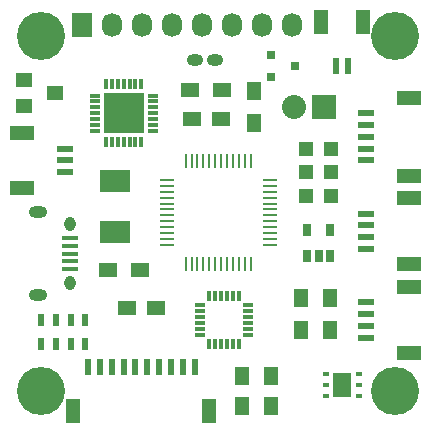
<source format=gts>
G04 #@! TF.FileFunction,Soldermask,Top*
%FSLAX46Y46*%
G04 Gerber Fmt 4.6, Leading zero omitted, Abs format (unit mm)*
G04 Created by KiCad (PCBNEW (after 2015-mar-04 BZR unknown)-product) date 21/07/2015 11:23:45 AM*
%MOMM*%
G01*
G04 APERTURE LIST*
%ADD10C,0.100000*%
%ADD11R,1.727200X2.032000*%
%ADD12O,1.727200X2.032000*%
%ADD13R,0.600000X1.350000*%
%ADD14R,1.200000X2.000000*%
%ADD15R,1.350000X0.600000*%
%ADD16R,2.000000X1.200000*%
%ADD17R,0.950000X0.299000*%
%ADD18R,0.299000X0.950000*%
%ADD19R,3.350000X3.350000*%
%ADD20R,0.850000X0.299000*%
%ADD21R,0.299000X0.850000*%
%ADD22C,4.064000*%
%ADD23R,2.032000X2.032000*%
%ADD24O,2.032000X2.032000*%
%ADD25O,1.400000X1.000000*%
%ADD26R,0.500000X1.000000*%
%ADD27R,0.600000X0.350000*%
%ADD28R,1.600000X2.100000*%
%ADD29R,0.650000X1.060000*%
%ADD30R,1.400000X1.200000*%
%ADD31R,2.600000X1.900000*%
%ADD32R,1.500000X1.250000*%
%ADD33R,1.250000X1.500000*%
%ADD34R,1.350000X0.400000*%
%ADD35O,0.950000X1.250000*%
%ADD36O,1.550000X1.000000*%
%ADD37R,1.198880X1.198880*%
%ADD38R,0.800100X0.800100*%
%ADD39R,1.300000X1.500000*%
%ADD40R,1.500000X1.300000*%
%ADD41R,1.300000X0.250000*%
%ADD42R,0.250000X1.300000*%
G04 APERTURE END LIST*
D10*
D11*
X134500000Y-130000000D03*
D12*
X137040000Y-130000000D03*
X139580000Y-130000000D03*
X142120000Y-130000000D03*
X144660000Y-130000000D03*
X147200000Y-130000000D03*
X149740000Y-130000000D03*
X152280000Y-130000000D03*
D13*
X156000000Y-133500000D03*
X157000000Y-133500000D03*
D14*
X154700000Y-129800000D03*
X158300000Y-129800000D03*
D15*
X158500000Y-153500000D03*
X158500000Y-154500000D03*
X158500000Y-155500000D03*
X158500000Y-156500000D03*
D16*
X162200000Y-152200000D03*
X162200000Y-157800000D03*
D15*
X158500000Y-146000000D03*
X158500000Y-147000000D03*
X158500000Y-148000000D03*
X158500000Y-149000000D03*
D16*
X162200000Y-144700000D03*
X162200000Y-150300000D03*
D15*
X158500000Y-137500000D03*
X158500000Y-138500000D03*
X158500000Y-139500000D03*
X158500000Y-140500000D03*
X158500000Y-141500000D03*
D16*
X162200000Y-136200000D03*
X162200000Y-142800000D03*
D15*
X133000000Y-140500000D03*
X133000000Y-141500000D03*
X133000000Y-142500000D03*
D16*
X129400000Y-139200000D03*
X129400000Y-143800000D03*
D13*
X135000000Y-159000000D03*
X136000000Y-159000000D03*
X137000000Y-159000000D03*
X138000000Y-159000000D03*
X139000000Y-159000000D03*
X140000000Y-159000000D03*
X141000000Y-159000000D03*
X142000000Y-159000000D03*
X143000000Y-159000000D03*
X144000000Y-159000000D03*
D14*
X145200000Y-162700000D03*
X133700000Y-162700000D03*
D17*
X135550000Y-136000000D03*
X135550000Y-136500000D03*
X135550000Y-137000000D03*
X135550000Y-137500000D03*
X135550000Y-138000000D03*
X135550000Y-138500000D03*
X135550000Y-139000000D03*
D18*
X136500000Y-139950000D03*
X137000000Y-139950000D03*
X137500000Y-139950000D03*
X138000000Y-139950000D03*
X138500000Y-139950000D03*
X139000000Y-139950000D03*
X139500000Y-139950000D03*
D17*
X140450000Y-139000000D03*
X140450000Y-138500000D03*
X140450000Y-138000000D03*
X140450000Y-137500000D03*
X140450000Y-137000000D03*
X140450000Y-136500000D03*
X140450000Y-136000000D03*
D18*
X139500000Y-135050000D03*
X139000000Y-135050000D03*
X138500000Y-135050000D03*
X138000000Y-135050000D03*
X137500000Y-135050000D03*
X137000000Y-135050000D03*
X136500000Y-135050000D03*
D19*
X138000000Y-137500000D03*
D20*
X144500000Y-153750000D03*
X144500000Y-154250000D03*
X144500000Y-154750000D03*
X144500000Y-155250000D03*
X144500000Y-155750000D03*
X144500000Y-156250000D03*
D21*
X145250000Y-157000000D03*
X145750000Y-157000000D03*
X146250000Y-157000000D03*
X146750000Y-157000000D03*
X147250000Y-157000000D03*
X147750000Y-157000000D03*
D20*
X148500000Y-156250000D03*
X148500000Y-155750000D03*
X148500000Y-155250000D03*
X148500000Y-154750000D03*
X148500000Y-154250000D03*
X148500000Y-153750000D03*
D21*
X147750000Y-153000000D03*
X147250000Y-153000000D03*
X146750000Y-153000000D03*
X146250000Y-153000000D03*
X145750000Y-153000000D03*
X145250000Y-153000000D03*
D22*
X131000000Y-161000000D03*
D23*
X155000000Y-137000000D03*
D24*
X152460000Y-137000000D03*
D25*
X144000000Y-133000000D03*
X145700000Y-133000000D03*
D22*
X161000000Y-161000000D03*
X131000000Y-131000000D03*
X161000000Y-131000000D03*
D26*
X134750000Y-155000000D03*
X133500000Y-155000000D03*
X132250000Y-155000000D03*
X131000000Y-155000000D03*
X131000000Y-157000000D03*
X132250000Y-157000000D03*
X133500000Y-157000000D03*
X134750000Y-157000000D03*
D27*
X155100000Y-159550000D03*
X155100000Y-161450000D03*
X155100000Y-160500000D03*
X157900000Y-161450000D03*
X157900000Y-160500000D03*
X157900000Y-159550000D03*
D28*
X156500000Y-160500000D03*
D29*
X153550000Y-149600000D03*
X154500000Y-149600000D03*
X155450000Y-149600000D03*
X155450000Y-147400000D03*
X153550000Y-147400000D03*
D30*
X129600000Y-134700000D03*
X129600000Y-136900000D03*
X132200000Y-135800000D03*
D31*
X137300000Y-147550000D03*
X137300000Y-143250000D03*
D32*
X140750000Y-154000000D03*
X138250000Y-154000000D03*
D33*
X148000000Y-159750000D03*
X148000000Y-162250000D03*
X150500000Y-159750000D03*
X150500000Y-162250000D03*
D32*
X143750000Y-138000000D03*
X146250000Y-138000000D03*
D34*
X133462540Y-148099100D03*
X133462540Y-148749100D03*
X133462540Y-149399100D03*
X133462540Y-150049100D03*
X133462540Y-150699100D03*
D35*
X133462540Y-146899100D03*
X133462540Y-151899100D03*
D36*
X130762540Y-145899100D03*
X130762540Y-152899100D03*
D37*
X153450980Y-140500000D03*
X155549020Y-140500000D03*
X153450980Y-144500000D03*
X155549020Y-144500000D03*
X153450980Y-142500000D03*
X155549020Y-142500000D03*
D38*
X150499240Y-132550000D03*
X150499240Y-134450000D03*
X152498220Y-133500000D03*
D39*
X149000000Y-138350000D03*
X149000000Y-135650000D03*
X155500000Y-155850000D03*
X155500000Y-153150000D03*
D40*
X139350000Y-150800000D03*
X136650000Y-150800000D03*
D39*
X153000000Y-153150000D03*
X153000000Y-155850000D03*
D40*
X143650000Y-135500000D03*
X146350000Y-135500000D03*
D41*
X141650000Y-143150000D03*
X141650000Y-143650000D03*
X141650000Y-144150000D03*
X141650000Y-144650000D03*
X141650000Y-145150000D03*
X141650000Y-145650000D03*
X141650000Y-146150000D03*
X141650000Y-146650000D03*
X141650000Y-147150000D03*
X141650000Y-147650000D03*
X141650000Y-148150000D03*
X141650000Y-148650000D03*
D42*
X143250000Y-150250000D03*
X143750000Y-150250000D03*
X144250000Y-150250000D03*
X144750000Y-150250000D03*
X145250000Y-150250000D03*
X145750000Y-150250000D03*
X146250000Y-150250000D03*
X146750000Y-150250000D03*
X147250000Y-150250000D03*
X147750000Y-150250000D03*
X148250000Y-150250000D03*
X148750000Y-150250000D03*
D41*
X150350000Y-148650000D03*
X150350000Y-148150000D03*
X150350000Y-147650000D03*
X150350000Y-147150000D03*
X150350000Y-146650000D03*
X150350000Y-146150000D03*
X150350000Y-145650000D03*
X150350000Y-145150000D03*
X150350000Y-144650000D03*
X150350000Y-144150000D03*
X150350000Y-143650000D03*
X150350000Y-143150000D03*
D42*
X148750000Y-141550000D03*
X148250000Y-141550000D03*
X147750000Y-141550000D03*
X147250000Y-141550000D03*
X146750000Y-141550000D03*
X146250000Y-141550000D03*
X145750000Y-141550000D03*
X145250000Y-141550000D03*
X144750000Y-141550000D03*
X144250000Y-141550000D03*
X143750000Y-141550000D03*
X143250000Y-141550000D03*
M02*

</source>
